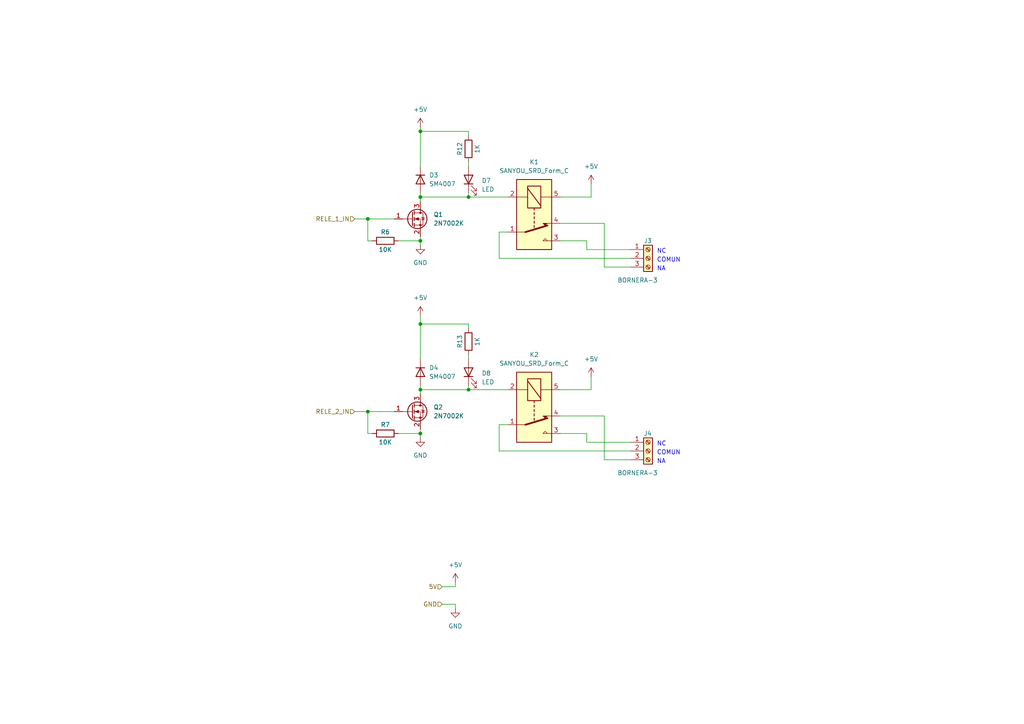
<source format=kicad_sch>
(kicad_sch (version 20211123) (generator eeschema)
  (paper "A4")
  (lib_symbols
    (symbol "Connector:Screw_Terminal_01x03" (pin_names (offset 1.016) hide)
      (property "Reference" "J" (at 0 5.08 0))
      (property "Value" "Screw_Terminal_01x03" (at 0 -5.08 0))
      (symbol "Screw_Terminal_01x03_1_1"
        (rectangle (start -1.27 3.81) (end 1.27 -3.81) (stroke (width 0.254)) (fill (type background)))
        (circle (center 0 -2.54) (radius 0.635) (stroke (width 0.1524)))
        (polyline (pts (xy -0.5334 -2.2098) (xy 0.3302 -3.048)) (stroke (width 0.1524)))
        (polyline (pts (xy -0.5334 0.3302) (xy 0.3302 -0.508)) (stroke (width 0.1524)))
        (polyline (pts (xy -0.5334 2.8702) (xy 0.3302 2.032)) (stroke (width 0.1524)))
        (polyline (pts (xy -0.3556 -2.032) (xy 0.508 -2.8702)) (stroke (width 0.1524)))
        (polyline (pts (xy -0.3556 0.508) (xy 0.508 -0.3302)) (stroke (width 0.1524)))
        (polyline (pts (xy -0.3556 3.048) (xy 0.508 2.2098)) (stroke (width 0.1524)))
        (circle (center 0 0) (radius 0.635) (stroke (width 0.1524)))
        (circle (center 0 2.54) (radius 0.635) (stroke (width 0.1524)))
        (pin passive line (at -5.08 2.54 0) (length 3.81) (name "Pin_1") (number "1"))
        (pin passive line (at -5.08 0 0) (length 3.81) (name "Pin_2") (number "2"))
        (pin passive line (at -5.08 -2.54 0) (length 3.81) (name "Pin_3") (number "3"))
      )
    )
    (symbol "Device:LED" (pin_numbers hide) (pin_names (offset 1.016) hide)
      (property "Reference" "D" (at 0 2.54 0))
      (property "Value" "LED" (at 0 -2.54 0))
      (symbol "LED_0_1"
        (polyline (pts (xy -1.27 -1.27) (xy -1.27 1.27)) (stroke (width 0.254)))
        (polyline (pts (xy -1.27 0) (xy 1.27 0)))
        (polyline (pts (xy 1.27 -1.27) (xy 1.27 1.27) (xy -1.27 0) (xy 1.27 -1.27)) (stroke (width 0.254)))
        (polyline (pts (xy -3.048 -0.762) (xy -4.572 -2.286) (xy -3.81 -2.286) (xy -4.572 -2.286) (xy -4.572 -1.524)))
        (polyline (pts (xy -1.778 -0.762) (xy -3.302 -2.286) (xy -2.54 -2.286) (xy -3.302 -2.286) (xy -3.302 -1.524)))
      )
      (symbol "LED_1_1"
        (pin passive line (at -3.81 0 0) (length 2.54) (name "K") (number "1"))
        (pin passive line (at 3.81 0 180) (length 2.54) (name "A") (number "2"))
      )
    )
    (symbol "Device:R" (pin_numbers hide) (pin_names (offset 0))
      (property "Reference" "R" (at 2.032 0 90))
      (property "Value" "R" (at 0 0 90))
      (symbol "R_0_1"
        (rectangle (start -1.016 -2.54) (end 1.016 2.54) (stroke (width 0.254)))
      )
      (symbol "R_1_1"
        (pin passive line (at 0 3.81 270) (length 1.27) (name "~") (number "1"))
        (pin passive line (at 0 -3.81 90) (length 1.27) (name "~") (number "2"))
      )
    )
    (symbol "Diode:SM4007" (pin_numbers hide) (pin_names (offset 1.016) hide)
      (property "Reference" "D" (at 0 2.54 0))
      (property "Value" "SM4007" (at 0 -2.54 0))
      (symbol "SM4007_0_1"
        (polyline (pts (xy -1.27 1.27) (xy -1.27 -1.27)) (stroke (width 0.254)))
        (polyline (pts (xy 1.27 0) (xy -1.27 0)))
        (polyline (pts (xy 1.27 1.27) (xy 1.27 -1.27) (xy -1.27 0) (xy 1.27 1.27)) (stroke (width 0.254)))
      )
      (symbol "SM4007_1_1"
        (pin passive line (at -3.81 0 0) (length 2.54) (name "K") (number "1"))
        (pin passive line (at 3.81 0 180) (length 2.54) (name "A") (number "2"))
      )
    )
    (symbol "Relay:SANYOU_SRD_Form_C"
      (property "Reference" "K" (at 11.43 3.81 0))
      (property "Value" "SANYOU_SRD_Form_C" (at 11.43 1.27 0))
      (symbol "SANYOU_SRD_Form_C_0_0"
        (polyline (pts (xy 7.62 5.08) (xy 7.62 2.54) (xy 6.985 3.175) (xy 7.62 3.81)))
      )
      (symbol "SANYOU_SRD_Form_C_0_1"
        (rectangle (start -10.16 5.08) (end 10.16 -5.08) (stroke (width 0.254)) (fill (type background)))
        (rectangle (start -8.255 1.905) (end -1.905 -1.905) (stroke (width 0.254)))
        (polyline (pts (xy -7.62 -1.905) (xy -2.54 1.905)) (stroke (width 0.254)))
        (polyline (pts (xy -5.08 -5.08) (xy -5.08 -1.905)))
        (polyline (pts (xy -5.08 5.08) (xy -5.08 1.905)))
        (polyline (pts (xy -1.905 0) (xy -1.27 0)) (stroke (width 0.254)))
        (polyline (pts (xy -0.635 0) (xy 0 0)) (stroke (width 0.254)))
        (polyline (pts (xy 0.635 0) (xy 1.27 0)) (stroke (width 0.254)))
        (polyline (pts (xy 1.905 0) (xy 2.54 0)) (stroke (width 0.254)))
        (polyline (pts (xy 3.175 0) (xy 3.81 0)) (stroke (width 0.254)))
        (polyline (pts (xy 5.08 -2.54) (xy 3.175 3.81)) (stroke (width 0.508)))
        (polyline (pts (xy 5.08 -2.54) (xy 5.08 -5.08)))
      )
      (symbol "SANYOU_SRD_Form_C_1_1"
        (polyline (pts (xy 2.54 3.81) (xy 3.175 3.175) (xy 2.54 2.54) (xy 2.54 5.08)) (fill (type outline)))
        (pin passive line (at 5.08 -7.62 90) (length 2.54) (name "~") (number "1"))
        (pin passive line (at -5.08 -7.62 90) (length 2.54) (name "~") (number "2"))
        (pin passive line (at 7.62 7.62 270) (length 2.54) (name "~") (number "3"))
        (pin passive line (at 2.54 7.62 270) (length 2.54) (name "~") (number "4"))
        (pin passive line (at -5.08 7.62 270) (length 2.54) (name "~") (number "5"))
      )
    )
    (symbol "Transistor_FET:2N7002K" (pin_names hide)
      (property "Reference" "Q" (at 5.08 1.905 0))
      (property "Value" "2N7002K" (at 5.08 0 0))
      (symbol "2N7002K_0_1"
        (polyline (pts (xy 0.254 0) (xy -2.54 0)))
        (polyline (pts (xy 0.254 1.905) (xy 0.254 -1.905)) (stroke (width 0.254)))
        (polyline (pts (xy 0.762 -1.27) (xy 0.762 -2.286)) (stroke (width 0.254)))
        (polyline (pts (xy 0.762 0.508) (xy 0.762 -0.508)) (stroke (width 0.254)))
        (polyline (pts (xy 0.762 2.286) (xy 0.762 1.27)) (stroke (width 0.254)))
        (polyline (pts (xy 2.54 2.54) (xy 2.54 1.778)))
        (polyline (pts (xy 2.54 -2.54) (xy 2.54 0) (xy 0.762 0)))
        (polyline (pts (xy 0.762 -1.778) (xy 3.302 -1.778) (xy 3.302 1.778) (xy 0.762 1.778)))
        (polyline (pts (xy 1.016 0) (xy 2.032 0.381) (xy 2.032 -0.381) (xy 1.016 0)) (fill (type outline)))
        (polyline (pts (xy 2.794 0.508) (xy 2.921 0.381) (xy 3.683 0.381) (xy 3.81 0.254)))
        (polyline (pts (xy 3.302 0.381) (xy 2.921 -0.254) (xy 3.683 -0.254) (xy 3.302 0.381)))
        (circle (center 1.651 0) (radius 2.794) (stroke (width 0.254)))
        (circle (center 2.54 -1.778) (radius 0.254) (fill (type outline)))
        (circle (center 2.54 1.778) (radius 0.254) (fill (type outline)))
      )
      (symbol "2N7002K_1_1"
        (pin input line (at -5.08 0 0) (length 2.54) (name "G") (number "1"))
        (pin passive line (at 2.54 -5.08 90) (length 2.54) (name "S") (number "2"))
        (pin passive line (at 2.54 5.08 270) (length 2.54) (name "D") (number "3"))
      )
    )
    (symbol "power:+5V" (power) (pin_names (offset 0))
      (property "Value" "+5V" (at 0 3.556 0))
      (symbol "+5V_0_1"
        (polyline (pts (xy -0.762 1.27) (xy 0 2.54)))
        (polyline (pts (xy 0 0) (xy 0 2.54)))
        (polyline (pts (xy 0 2.54) (xy 0.762 1.27)))
      )
      (symbol "+5V_1_1"
        (pin power_in line (at 0 0 90) (length 0) hide (name "+5V") (number "1"))
      )
    )
    (symbol "power:GND" (power) (pin_names (offset 0))
      (property "Value" "GND" (at 0 -3.81 0))
      (symbol "GND_0_1"
        (polyline (pts (xy 0 0) (xy 0 -1.27) (xy 1.27 -1.27) (xy 0 -2.54) (xy -1.27 -1.27) (xy 0 -1.27)))
      )
      (symbol "GND_1_1"
        (pin power_in line (at 0 0 270) (length 0) hide (name "GND") (number "1"))
      )
    )
  )
  (junction (at 121.92 57.15))
  (junction (at 106.68 119.38))
  (junction (at 121.92 69.85))
  (junction (at 135.89 113.03))
  (junction (at 121.92 38.1))
  (junction (at 121.92 93.98))
  (junction (at 135.89 57.15))
  (junction (at 106.68 63.5))
  (junction (at 121.92 125.73))
  (junction (at 121.92 113.03))
  (wire (pts (xy 162.56 113.03) (xy 171.45 113.03)))
  (wire (pts (xy 121.92 125.73) (xy 121.92 127)))
  (wire (pts (xy 121.92 93.98) (xy 121.92 104.14)))
  (wire (pts (xy 175.26 120.65) (xy 162.56 120.65)))
  (wire (pts (xy 171.45 113.03) (xy 171.45 109.22)))
  (wire (pts (xy 144.78 123.19) (xy 147.32 123.19)))
  (wire (pts (xy 106.68 125.73) (xy 106.68 119.38)))
  (wire (pts (xy 106.68 119.38) (xy 114.3 119.38)))
  (wire (pts (xy 128.27 175.26) (xy 132.08 175.26)))
  (wire (pts (xy 135.89 39.37) (xy 135.89 38.1)))
  (wire (pts (xy 135.89 46.99) (xy 135.89 48.26)))
  (wire (pts (xy 175.26 64.77) (xy 175.26 77.47)))
  (wire (pts (xy 135.89 102.87) (xy 135.89 104.14)))
  (wire (pts (xy 175.26 120.65) (xy 175.26 133.35)))
  (wire (pts (xy 121.92 36.83) (xy 121.92 38.1)))
  (wire (pts (xy 170.18 128.27) (xy 182.88 128.27)))
  (wire (pts (xy 175.26 77.47) (xy 182.88 77.47)))
  (wire (pts (xy 121.92 57.15) (xy 121.92 58.42)))
  (wire (pts (xy 121.92 38.1) (xy 121.92 48.26)))
  (wire (pts (xy 121.92 93.98) (xy 135.89 93.98)))
  (wire (pts (xy 135.89 38.1) (xy 121.92 38.1)))
  (wire (pts (xy 175.26 133.35) (xy 182.88 133.35)))
  (wire (pts (xy 135.89 111.76) (xy 135.89 113.03)))
  (wire (pts (xy 121.92 57.15) (xy 135.89 57.15)))
  (wire (pts (xy 121.92 113.03) (xy 135.89 113.03)))
  (wire (pts (xy 115.57 125.73) (xy 121.92 125.73)))
  (wire (pts (xy 175.26 64.77) (xy 162.56 64.77)))
  (wire (pts (xy 102.87 119.38) (xy 106.68 119.38)))
  (wire (pts (xy 144.78 130.81) (xy 144.78 123.19)))
  (wire (pts (xy 171.45 57.15) (xy 171.45 53.34)))
  (wire (pts (xy 182.88 130.81) (xy 144.78 130.81)))
  (wire (pts (xy 121.92 111.76) (xy 121.92 113.03)))
  (wire (pts (xy 162.56 125.73) (xy 170.18 125.73)))
  (wire (pts (xy 144.78 67.31) (xy 147.32 67.31)))
  (wire (pts (xy 121.92 69.85) (xy 121.92 71.12)))
  (wire (pts (xy 170.18 125.73) (xy 170.18 128.27)))
  (wire (pts (xy 121.92 113.03) (xy 121.92 114.3)))
  (wire (pts (xy 162.56 57.15) (xy 171.45 57.15)))
  (wire (pts (xy 107.95 125.73) (xy 106.68 125.73)))
  (wire (pts (xy 132.08 175.26) (xy 132.08 176.53)))
  (wire (pts (xy 115.57 69.85) (xy 121.92 69.85)))
  (wire (pts (xy 106.68 69.85) (xy 106.68 63.5)))
  (wire (pts (xy 135.89 55.88) (xy 135.89 57.15)))
  (wire (pts (xy 170.18 69.85) (xy 170.18 72.39)))
  (wire (pts (xy 107.95 69.85) (xy 106.68 69.85)))
  (wire (pts (xy 106.68 63.5) (xy 114.3 63.5)))
  (wire (pts (xy 182.88 74.93) (xy 144.78 74.93)))
  (wire (pts (xy 121.92 124.46) (xy 121.92 125.73)))
  (wire (pts (xy 135.89 95.25) (xy 135.89 93.98)))
  (wire (pts (xy 135.89 113.03) (xy 147.32 113.03)))
  (wire (pts (xy 132.08 170.18) (xy 132.08 168.91)))
  (wire (pts (xy 121.92 91.44) (xy 121.92 93.98)))
  (wire (pts (xy 162.56 69.85) (xy 170.18 69.85)))
  (wire (pts (xy 170.18 72.39) (xy 182.88 72.39)))
  (wire (pts (xy 135.89 57.15) (xy 147.32 57.15)))
  (wire (pts (xy 121.92 68.58) (xy 121.92 69.85)))
  (wire (pts (xy 121.92 55.88) (xy 121.92 57.15)))
  (wire (pts (xy 128.27 170.18) (xy 132.08 170.18)))
  (wire (pts (xy 102.87 63.5) (xy 106.68 63.5)))
  (wire (pts (xy 144.78 74.93) (xy 144.78 67.31)))
  (text "NA" (at 190.5 78.74 0) (effects (font (size 1.27 1.27)) (justify left bottom)))
  (text "COMUN" (at 190.5 132.08 0) (effects (font (size 1.27 1.27)) (justify left bottom)))
  (text "NA" (at 190.5 134.62 0) (effects (font (size 1.27 1.27)) (justify left bottom)))
  (text "COMUN" (at 190.5 76.2 0) (effects (font (size 1.27 1.27)) (justify left bottom)))
  (text "NC" (at 190.5 129.54 0) (effects (font (size 1.27 1.27)) (justify left bottom)))
  (text "NC" (at 190.5 73.66 0) (effects (font (size 1.27 1.27)) (justify left bottom)))
  (hierarchical_label "GND" (shape input) (at 128.27 175.26 180))
  (hierarchical_label "RELE_2_IN" (shape input) (at 102.87 119.38 180))
  (hierarchical_label "RELE_1_IN" (shape input) (at 102.87 63.5 180))
  (hierarchical_label "5V" (shape input) (at 128.27 170.18 180))
  (symbol (lib_id "power:+5V") (at 171.45 109.22 0) (unit 1)
    (property "Reference" "#PWR025" (effects hide))
    (property "Value" "+5V" (at 171.45 104.14 0))
  )
  (symbol (lib_id "Transistor_FET:2N7002K") (at 119.38 63.5 0) (unit 1)
    (property "Reference" "Q1" (at 125.73 62.2299 0) (effects (justify left)))
    (property "Value" "2N7002K" (at 125.73 64.7699 0) (effects (justify left)))
    (property "Footprint" "Package_TO_SOT_SMD:SOT-23_Handsoldering" (effects hide))
    (property "Datasheet" "https://www.diodes.com/assets/Datasheets/ds30896.pdf" (effects hide))
  )
  (symbol (lib_id "power:+5V") (at 121.92 36.83 0) (unit 1)
    (property "Reference" "#PWR021" (effects hide))
    (property "Value" "+5V" (at 121.92 31.75 0))
  )
  (symbol (lib_id "Connector:Screw_Terminal_01x03") (at 187.96 130.81 0) (unit 1)
    (property "Reference" "J4" (at 186.69 125.73 0) (effects (justify left)))
    (property "Value" "BORNERA-3" (at 179.07 137.16 0) (effects (justify left)))
    (property "Footprint" "TerminalBlock_Phoenix:TerminalBlock_Phoenix_MKDS-1,5-3-5.08_1x03_P5.08mm_Horizontal" (effects hide))
  )
  (symbol (lib_id "Connector:Screw_Terminal_01x03") (at 187.96 74.93 0) (unit 1)
    (property "Reference" "J3" (at 186.69 69.85 0) (effects (justify left)))
    (property "Value" "BORNERA-3" (at 179.07 81.28 0) (effects (justify left)))
    (property "Footprint" "TerminalBlock_Phoenix:TerminalBlock_Phoenix_MKDS-1,5-3-5.08_1x03_P5.08mm_Horizontal" (effects hide))
  )
  (symbol (lib_id "Device:R") (at 111.76 69.85 90) (unit 1)
    (property "Reference" "R6" (at 111.76 67.31 90))
    (property "Value" "10K" (at 111.76 72.39 90))
    (property "Footprint" "Resistor_SMD:R_0805_2012Metric_Pad1.20x1.40mm_HandSolder" (effects hide))
  )
  (symbol (lib_id "Diode:SM4007") (at 121.92 107.95 270) (unit 1)
    (property "Reference" "D4" (at 124.46 106.6799 90) (effects (justify left)))
    (property "Value" "SM4007" (at 124.46 109.2199 90) (effects (justify left)))
    (property "Footprint" "Diode_SMD:D_SMA_Handsoldering" (effects hide))
    (property "Datasheet" "http://cdn-reichelt.de/documents/datenblatt/A400/SMD1N400%23DIO.pdf" (effects hide))
  )
  (symbol (lib_id "power:+5V") (at 132.08 168.91 0) (unit 1)
    (property "Reference" "#PWR027" (effects hide))
    (property "Value" "+5V" (at 132.08 163.83 0))
  )
  (symbol (lib_id "Device:R") (at 135.89 43.18 180) (unit 1)
    (property "Reference" "R12" (at 133.35 43.18 90))
    (property "Value" "1K" (at 138.43 43.18 90))
    (property "Footprint" "Resistor_SMD:R_0805_2012Metric_Pad1.20x1.40mm_HandSolder" (effects hide))
  )
  (symbol (lib_id "Device:LED") (at 135.89 107.95 90) (unit 1)
    (property "Reference" "D8" (at 139.7 108.2674 90) (effects (justify right)))
    (property "Value" "LED" (at 139.7 110.8074 90) (effects (justify right)))
    (property "Footprint" "LED_SMD:LED_0805_2012Metric_Pad1.15x1.40mm_HandSolder" (effects hide))
  )
  (symbol (lib_id "Device:R") (at 135.89 99.06 180) (unit 1)
    (property "Reference" "R13" (at 133.35 99.06 90))
    (property "Value" "1K" (at 138.43 99.06 90))
    (property "Footprint" "Resistor_SMD:R_0805_2012Metric_Pad1.20x1.40mm_HandSolder" (effects hide))
  )
  (symbol (lib_id "power:GND") (at 121.92 71.12 0) (unit 1)
    (property "Reference" "#PWR023" (effects hide))
    (property "Value" "GND" (at 121.92 76.2 0))
  )
  (symbol (lib_id "power:GND") (at 132.08 176.53 0) (unit 1)
    (property "Reference" "#PWR028" (effects hide))
    (property "Value" "GND" (at 132.08 181.61 0))
  )
  (symbol (lib_id "Relay:SANYOU_SRD_Form_C") (at 154.94 118.11 270) (unit 1)
    (property "Reference" "K2" (at 154.94 102.87 90))
    (property "Value" "SANYOU_SRD_Form_C" (at 154.94 105.41 90))
    (property "Footprint" "Relay_THT:Relay_SPDT_SANYOU_SRD_Series_Form_C" (effects hide))
    (property "Datasheet" "http://www.sanyourelay.ca/public/products/pdf/SRD.pdf" (effects hide))
  )
  (symbol (lib_id "power:GND") (at 121.92 127 0) (unit 1)
    (property "Reference" "#PWR026" (effects hide))
    (property "Value" "GND" (at 121.92 132.08 0))
  )
  (symbol (lib_id "Relay:SANYOU_SRD_Form_C") (at 154.94 62.23 270) (unit 1)
    (property "Reference" "K1" (at 154.94 46.99 90))
    (property "Value" "SANYOU_SRD_Form_C" (at 154.94 49.53 90))
    (property "Footprint" "Relay_THT:Relay_SPDT_SANYOU_SRD_Series_Form_C" (effects hide))
    (property "Datasheet" "http://www.sanyourelay.ca/public/products/pdf/SRD.pdf" (effects hide))
  )
  (symbol (lib_id "Device:LED") (at 135.89 52.07 90) (unit 1)
    (property "Reference" "D7" (at 139.7 52.3874 90) (effects (justify right)))
    (property "Value" "LED" (at 139.7 54.9274 90) (effects (justify right)))
    (property "Footprint" "LED_SMD:LED_0805_2012Metric_Pad1.15x1.40mm_HandSolder" (effects hide))
  )
  (symbol (lib_id "Transistor_FET:2N7002K") (at 119.38 119.38 0) (unit 1)
    (property "Reference" "Q2" (at 125.73 118.1099 0) (effects (justify left)))
    (property "Value" "2N7002K" (at 125.73 120.6499 0) (effects (justify left)))
    (property "Footprint" "Package_TO_SOT_SMD:SOT-23_Handsoldering" (effects hide))
    (property "Datasheet" "https://www.diodes.com/assets/Datasheets/ds30896.pdf" (effects hide))
  )
  (symbol (lib_id "Diode:SM4007") (at 121.92 52.07 270) (unit 1)
    (property "Reference" "D3" (at 124.46 50.7999 90) (effects (justify left)))
    (property "Value" "SM4007" (at 124.46 53.3399 90) (effects (justify left)))
    (property "Footprint" "Diode_SMD:D_SMA_Handsoldering" (effects hide))
    (property "Datasheet" "http://cdn-reichelt.de/documents/datenblatt/A400/SMD1N400%23DIO.pdf" (effects hide))
  )
  (symbol (lib_id "Device:R") (at 111.76 125.73 90) (unit 1)
    (property "Reference" "R7" (at 111.76 123.19 90))
    (property "Value" "10K" (at 111.76 128.27 90))
    (property "Footprint" "Resistor_SMD:R_0805_2012Metric_Pad1.20x1.40mm_HandSolder" (effects hide))
  )
  (symbol (lib_id "power:+5V") (at 121.92 91.44 0) (unit 1)
    (property "Reference" "#PWR024" (effects hide))
    (property "Value" "+5V" (at 121.92 86.36 0))
  )
  (symbol (lib_id "power:+5V") (at 171.45 53.34 0) (unit 1)
    (property "Reference" "#PWR022" (effects hide))
    (property "Value" "+5V" (at 171.45 48.26 0))
  )
)
</source>
